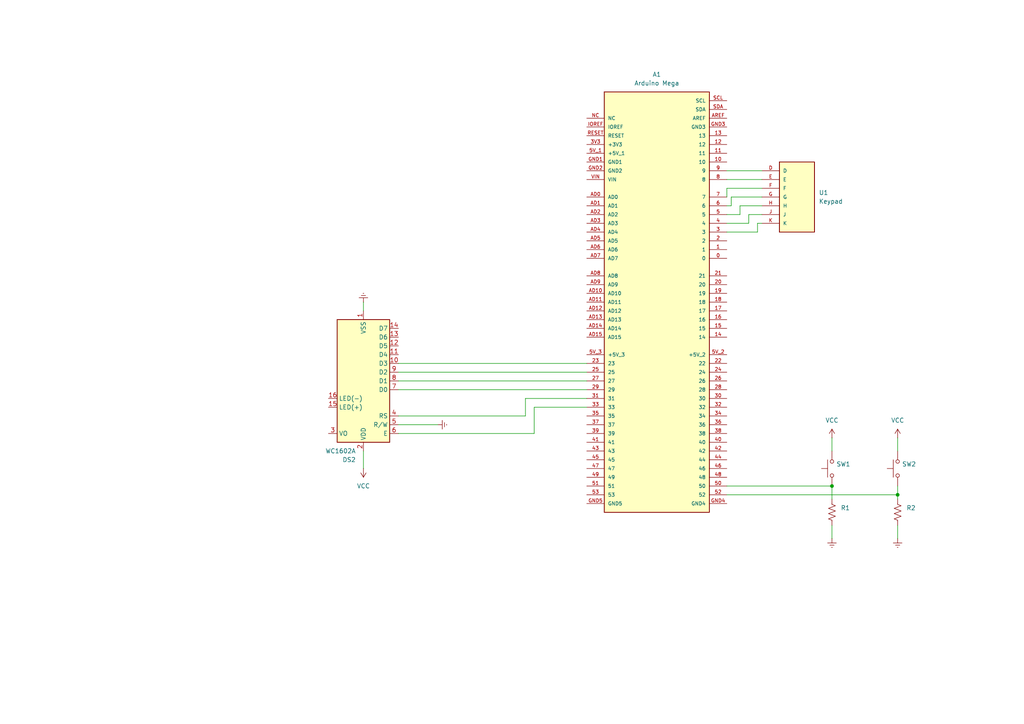
<source format=kicad_sch>
(kicad_sch (version 20231120) (generator "eeschema") (generator_version "8.0")
  (paper "A4")
  (lib_symbols
    (symbol "86AB2-102:86AB2-102" (pin_names (offset 1.016))
      (property "Reference" "U" (at -5.08 10.922 0))
      (property "Value" "86AB2-102" (at -5.08 -10.922 0))
      (symbol "86AB2-102_0_0"
        (rectangle (start -5.08 -10.16) (end 5.08 10.16) (stroke (width 0.254)) (fill (type background)))
        (pin bidirectional line (at -10.16 7.62 0) (length 5.08) (name "D") (number "D"))
        (pin bidirectional line (at -10.16 5.08 0) (length 5.08) (name "E") (number "E"))
        (pin bidirectional line (at -10.16 2.54 0) (length 5.08) (name "F") (number "F"))
        (pin bidirectional line (at -10.16 0 0) (length 5.08) (name "G") (number "G"))
        (pin bidirectional line (at -10.16 -2.54 0) (length 5.08) (name "H") (number "H"))
        (pin bidirectional line (at -10.16 -5.08 0) (length 5.08) (name "J") (number "J"))
        (pin bidirectional line (at -10.16 -7.62 0) (length 5.08) (name "K") (number "K"))
      )
    )
    (symbol "A000067:A000067" (pin_names (offset 1.016))
      (property "Reference" "A" (at -15.24 61.595 0))
      (property "Value" "A000067" (at -15.24 -63.5 0))
      (symbol "A000067_0_0"
        (rectangle (start -15.24 -60.96) (end 15.24 60.96) (stroke (width 0.254)) (fill (type background)))
        (pin passive line (at 20.32 12.7 180) (length 5.08) (name "0") (number "0"))
        (pin passive line (at 20.32 15.24 180) (length 5.08) (name "1") (number "1"))
        (pin passive line (at 20.32 40.64 180) (length 5.08) (name "10") (number "10"))
        (pin passive line (at 20.32 43.18 180) (length 5.08) (name "11") (number "11"))
        (pin passive line (at 20.32 45.72 180) (length 5.08) (name "12") (number "12"))
        (pin passive line (at 20.32 48.26 180) (length 5.08) (name "13") (number "13"))
        (pin passive line (at 20.32 -10.16 180) (length 5.08) (name "14") (number "14"))
        (pin passive line (at 20.32 -7.62 180) (length 5.08) (name "15") (number "15"))
        (pin passive line (at 20.32 -5.08 180) (length 5.08) (name "16") (number "16"))
        (pin passive line (at 20.32 -2.54 180) (length 5.08) (name "17") (number "17"))
        (pin passive line (at 20.32 0 180) (length 5.08) (name "18") (number "18"))
        (pin passive line (at 20.32 2.54 180) (length 5.08) (name "19") (number "19"))
        (pin passive line (at 20.32 17.78 180) (length 5.08) (name "2") (number "2"))
        (pin passive line (at 20.32 5.08 180) (length 5.08) (name "20") (number "20"))
        (pin passive line (at 20.32 7.62 180) (length 5.08) (name "21") (number "21"))
        (pin passive line (at 20.32 -17.78 180) (length 5.08) (name "22") (number "22"))
        (pin passive line (at -20.32 -17.78 0) (length 5.08) (name "23") (number "23"))
        (pin passive line (at 20.32 -20.32 180) (length 5.08) (name "24") (number "24"))
        (pin passive line (at -20.32 -20.32 0) (length 5.08) (name "25") (number "25"))
        (pin passive line (at 20.32 -22.86 180) (length 5.08) (name "26") (number "26"))
        (pin passive line (at -20.32 -22.86 0) (length 5.08) (name "27") (number "27"))
        (pin passive line (at 20.32 -25.4 180) (length 5.08) (name "28") (number "28"))
        (pin passive line (at -20.32 -25.4 0) (length 5.08) (name "29") (number "29"))
        (pin passive line (at 20.32 20.32 180) (length 5.08) (name "3") (number "3"))
        (pin passive line (at 20.32 -27.94 180) (length 5.08) (name "30") (number "30"))
        (pin passive line (at -20.32 -27.94 0) (length 5.08) (name "31") (number "31"))
        (pin passive line (at 20.32 -30.48 180) (length 5.08) (name "32") (number "32"))
        (pin passive line (at -20.32 -30.48 0) (length 5.08) (name "33") (number "33"))
        (pin passive line (at 20.32 -33.02 180) (length 5.08) (name "34") (number "34"))
        (pin passive line (at -20.32 -33.02 0) (length 5.08) (name "35") (number "35"))
        (pin passive line (at 20.32 -35.56 180) (length 5.08) (name "36") (number "36"))
        (pin passive line (at -20.32 -35.56 0) (length 5.08) (name "37") (number "37"))
        (pin passive line (at 20.32 -38.1 180) (length 5.08) (name "38") (number "38"))
        (pin passive line (at -20.32 -38.1 0) (length 5.08) (name "39") (number "39"))
        (pin passive line (at -20.32 45.72 0) (length 5.08) (name "+3V3") (number "3V3"))
        (pin passive line (at 20.32 22.86 180) (length 5.08) (name "4") (number "4"))
        (pin passive line (at 20.32 -40.64 180) (length 5.08) (name "40") (number "40"))
        (pin passive line (at -20.32 -40.64 0) (length 5.08) (name "41") (number "41"))
        (pin passive line (at 20.32 -43.18 180) (length 5.08) (name "42") (number "42"))
        (pin passive line (at -20.32 -43.18 0) (length 5.08) (name "43") (number "43"))
        (pin passive line (at 20.32 -45.72 180) (length 5.08) (name "44") (number "44"))
        (pin passive line (at -20.32 -45.72 0) (length 5.08) (name "45") (number "45"))
        (pin passive line (at 20.32 -48.26 180) (length 5.08) (name "46") (number "46"))
        (pin passive line (at -20.32 -48.26 0) (length 5.08) (name "47") (number "47"))
        (pin passive line (at 20.32 -50.8 180) (length 5.08) (name "48") (number "48"))
        (pin passive line (at -20.32 -50.8 0) (length 5.08) (name "49") (number "49"))
        (pin passive line (at 20.32 25.4 180) (length 5.08) (name "5") (number "5"))
        (pin passive line (at 20.32 -53.34 180) (length 5.08) (name "50") (number "50"))
        (pin passive line (at -20.32 -53.34 0) (length 5.08) (name "51") (number "51"))
        (pin passive line (at 20.32 -55.88 180) (length 5.08) (name "52") (number "52"))
        (pin passive line (at -20.32 -55.88 0) (length 5.08) (name "53") (number "53"))
        (pin passive line (at -20.32 43.18 0) (length 5.08) (name "+5V_1") (number "5V_1"))
        (pin passive line (at 20.32 -15.24 180) (length 5.08) (name "+5V_2") (number "5V_2"))
        (pin passive line (at -20.32 -15.24 0) (length 5.08) (name "+5V_3") (number "5V_3"))
        (pin passive line (at 20.32 27.94 180) (length 5.08) (name "6") (number "6"))
        (pin passive line (at 20.32 30.48 180) (length 5.08) (name "7") (number "7"))
        (pin passive line (at 20.32 35.56 180) (length 5.08) (name "8") (number "8"))
        (pin passive line (at 20.32 38.1 180) (length 5.08) (name "9") (number "9"))
        (pin passive line (at -20.32 30.48 0) (length 5.08) (name "AD0") (number "AD0"))
        (pin passive line (at -20.32 27.94 0) (length 5.08) (name "AD1") (number "AD1"))
        (pin passive line (at -20.32 2.54 0) (length 5.08) (name "AD10") (number "AD10"))
        (pin passive line (at -20.32 0 0) (length 5.08) (name "AD11") (number "AD11"))
        (pin passive line (at -20.32 -2.54 0) (length 5.08) (name "AD12") (number "AD12"))
        (pin passive line (at -20.32 -5.08 0) (length 5.08) (name "AD13") (number "AD13"))
        (pin passive line (at -20.32 -7.62 0) (length 5.08) (name "AD14") (number "AD14"))
        (pin passive line (at -20.32 -10.16 0) (length 5.08) (name "AD15") (number "AD15"))
        (pin passive line (at -20.32 25.4 0) (length 5.08) (name "AD2") (number "AD2"))
        (pin passive line (at -20.32 22.86 0) (length 5.08) (name "AD3") (number "AD3"))
        (pin passive line (at -20.32 20.32 0) (length 5.08) (name "AD4") (number "AD4"))
        (pin passive line (at -20.32 17.78 0) (length 5.08) (name "AD5") (number "AD5"))
        (pin passive line (at -20.32 15.24 0) (length 5.08) (name "AD6") (number "AD6"))
        (pin passive line (at -20.32 12.7 0) (length 5.08) (name "AD7") (number "AD7"))
        (pin passive line (at -20.32 7.62 0) (length 5.08) (name "AD8") (number "AD8"))
        (pin passive line (at -20.32 5.08 0) (length 5.08) (name "AD9") (number "AD9"))
        (pin passive line (at 20.32 53.34 180) (length 5.08) (name "AREF") (number "AREF"))
        (pin passive line (at -20.32 40.64 0) (length 5.08) (name "GND1") (number "GND1"))
        (pin passive line (at -20.32 38.1 0) (length 5.08) (name "GND2") (number "GND2"))
        (pin passive line (at 20.32 50.8 180) (length 5.08) (name "GND3") (number "GND3"))
        (pin passive line (at 20.32 -58.42 180) (length 5.08) (name "GND4") (number "GND4"))
        (pin passive line (at -20.32 -58.42 0) (length 5.08) (name "GND5") (number "GND5"))
        (pin passive line (at -20.32 50.8 0) (length 5.08) (name "IOREF") (number "IOREF"))
        (pin passive line (at -20.32 53.34 0) (length 5.08) (name "NC") (number "NC"))
        (pin passive line (at -20.32 48.26 0) (length 5.08) (name "RESET") (number "RESET"))
        (pin passive line (at 20.32 58.42 180) (length 5.08) (name "SCL") (number "SCL"))
        (pin passive line (at 20.32 55.88 180) (length 5.08) (name "SDA") (number "SDA"))
        (pin passive line (at -20.32 35.56 0) (length 5.08) (name "VIN") (number "VIN"))
      )
    )
    (symbol "Device:R_US" (pin_numbers hide) (pin_names (offset 0))
      (property "Reference" "R" (at 2.54 0 90))
      (property "Value" "R_US" (at -2.54 0 90))
      (symbol "R_US_0_1"
        (polyline (pts (xy 0 -2.286) (xy 0 -2.54)))
        (polyline (pts (xy 0 2.286) (xy 0 2.54)))
        (polyline (pts (xy 0 -0.762) (xy 1.016 -1.143) (xy 0 -1.524) (xy -1.016 -1.905) (xy 0 -2.286)))
        (polyline (pts (xy 0 0.762) (xy 1.016 0.381) (xy 0 0) (xy -1.016 -0.381) (xy 0 -0.762)))
        (polyline (pts (xy 0 2.286) (xy 1.016 1.905) (xy 0 1.524) (xy -1.016 1.143) (xy 0 0.762)))
      )
      (symbol "R_US_1_1"
        (pin passive line (at 0 3.81 270) (length 1.27) (name "~") (number "1"))
        (pin passive line (at 0 -3.81 90) (length 1.27) (name "~") (number "2"))
      )
    )
    (symbol "Display_Character:WC1602A"
      (property "Reference" "DS" (at -5.842 19.05 0))
      (property "Value" "WC1602A" (at 5.334 19.05 0))
      (symbol "WC1602A_1_1"
        (rectangle (start -7.62 17.78) (end 7.62 -17.78) (stroke (width 0.254)) (fill (type background)))
        (pin power_in line (at 0 -20.32 90) (length 2.54) (name "VSS") (number "1"))
        (pin input line (at -10.16 -5.08 0) (length 2.54) (name "D3") (number "10"))
        (pin input line (at -10.16 -7.62 0) (length 2.54) (name "D4") (number "11"))
        (pin input line (at -10.16 -10.16 0) (length 2.54) (name "D5") (number "12"))
        (pin input line (at -10.16 -12.7 0) (length 2.54) (name "D6") (number "13"))
        (pin input line (at -10.16 -15.24 0) (length 2.54) (name "D7") (number "14"))
        (pin power_in line (at 10.16 7.62 180) (length 2.54) (name "LED(+)") (number "15"))
        (pin power_in line (at 10.16 5.08 180) (length 2.54) (name "LED(-)") (number "16"))
        (pin power_in line (at 0 20.32 270) (length 2.54) (name "VDD") (number "2"))
        (pin input line (at 10.16 15.24 180) (length 2.54) (name "VO") (number "3"))
        (pin input line (at -10.16 10.16 0) (length 2.54) (name "RS") (number "4"))
        (pin input line (at -10.16 12.7 0) (length 2.54) (name "R/W") (number "5"))
        (pin input line (at -10.16 15.24 0) (length 2.54) (name "E") (number "6"))
        (pin input line (at -10.16 2.54 0) (length 2.54) (name "D0") (number "7"))
        (pin input line (at -10.16 0 0) (length 2.54) (name "D1") (number "8"))
        (pin input line (at -10.16 -2.54 0) (length 2.54) (name "D2") (number "9"))
      )
    )
    (symbol "Switch:SW_MEC_5G" (pin_numbers hide) (pin_names (offset 1.016) hide)
      (property "Reference" "SW" (at 1.27 2.54 0))
      (property "Value" "SW_MEC_5G" (at 0 -1.524 0))
      (symbol "SW_MEC_5G_0_1"
        (circle (center -2.032 0) (radius 0.508))
        (polyline (pts (xy 0 1.27) (xy 0 3.048)))
        (polyline (pts (xy 2.54 1.27) (xy -2.54 1.27)))
        (circle (center 2.032 0) (radius 0.508))
        (pin passive line (at -5.08 0 0) (length 2.54) (name "A") (number "1"))
        (pin passive line (at 5.08 0 180) (length 2.54) (name "B") (number "3"))
      )
      (symbol "SW_MEC_5G_1_1"
        (pin passive line (at -5.08 0 0) (length 2.54) hide (name "A") (number "2"))
        (pin passive line (at 5.08 0 180) (length 2.54) hide (name "B") (number "4"))
      )
    )
    (symbol "power:Earth" (power) (pin_numbers hide) (pin_names (offset 0) hide)
      (property "Value" "Earth" (at 0 -3.81 0))
      (symbol "Earth_0_1"
        (polyline (pts (xy -0.635 -1.905) (xy 0.635 -1.905)))
        (polyline (pts (xy -0.127 -2.54) (xy 0.127 -2.54)))
        (polyline (pts (xy 0 -1.27) (xy 0 0)))
        (polyline (pts (xy 1.27 -1.27) (xy -1.27 -1.27)))
      )
      (symbol "Earth_1_1"
        (pin power_in line (at 0 0 270) (length 0) (name "~") (number "1"))
      )
    )
    (symbol "power:VCC" (power) (pin_numbers hide) (pin_names (offset 0) hide)
      (property "Value" "VCC" (at 0 3.556 0))
      (symbol "VCC_0_1"
        (polyline (pts (xy -0.762 1.27) (xy 0 2.54)))
        (polyline (pts (xy 0 0) (xy 0 2.54)))
        (polyline (pts (xy 0 2.54) (xy 0.762 1.27)))
      )
      (symbol "VCC_1_1"
        (pin power_in line (at 0 0 90) (length 0) (name "~") (number "1"))
      )
    )
  )
  (junction (at 241.3 140.97))
  (junction (at 260.35 143.51))
  (wire (pts (xy 115.57 120.65) (xy 152.4 120.65)))
  (wire (pts (xy 210.82 54.61) (xy 220.98 54.61)))
  (wire (pts (xy 217.17 62.23) (xy 220.98 62.23)))
  (wire (pts (xy 219.71 64.77) (xy 220.98 64.77)))
  (wire (pts (xy 260.35 140.97) (xy 260.35 143.51)))
  (wire (pts (xy 210.82 52.07) (xy 220.98 52.07)))
  (wire (pts (xy 210.82 67.31) (xy 219.71 67.31)))
  (wire (pts (xy 241.3 140.97) (xy 241.3 144.78)))
  (wire (pts (xy 105.41 130.81) (xy 105.41 135.89)))
  (wire (pts (xy 115.57 113.03) (xy 170.18 113.03)))
  (wire (pts (xy 115.57 125.73) (xy 154.94 125.73)))
  (wire (pts (xy 210.82 143.51) (xy 260.35 143.51)))
  (wire (pts (xy 217.17 64.77) (xy 217.17 62.23)))
  (wire (pts (xy 210.82 140.97) (xy 241.3 140.97)))
  (wire (pts (xy 115.57 107.95) (xy 170.18 107.95)))
  (wire (pts (xy 260.35 143.51) (xy 260.35 144.78)))
  (wire (pts (xy 260.35 152.4) (xy 260.35 156.21)))
  (wire (pts (xy 127 123.19) (xy 115.57 123.19)))
  (wire (pts (xy 210.82 59.69) (xy 212.09 59.69)))
  (wire (pts (xy 210.82 64.77) (xy 217.17 64.77)))
  (wire (pts (xy 152.4 115.57) (xy 170.18 115.57)))
  (wire (pts (xy 214.63 59.69) (xy 220.98 59.69)))
  (wire (pts (xy 115.57 105.41) (xy 170.18 105.41)))
  (wire (pts (xy 241.3 152.4) (xy 241.3 156.21)))
  (wire (pts (xy 212.09 59.69) (xy 212.09 57.15)))
  (wire (pts (xy 115.57 110.49) (xy 170.18 110.49)))
  (wire (pts (xy 105.41 87.63) (xy 105.41 90.17)))
  (wire (pts (xy 210.82 62.23) (xy 214.63 62.23)))
  (wire (pts (xy 219.71 67.31) (xy 219.71 64.77)))
  (wire (pts (xy 210.82 49.53) (xy 220.98 49.53)))
  (wire (pts (xy 210.82 57.15) (xy 210.82 54.61)))
  (wire (pts (xy 214.63 62.23) (xy 214.63 59.69)))
  (wire (pts (xy 152.4 120.65) (xy 152.4 115.57)))
  (wire (pts (xy 260.35 127) (xy 260.35 130.81)))
  (wire (pts (xy 154.94 125.73) (xy 154.94 118.11)))
  (wire (pts (xy 212.09 57.15) (xy 220.98 57.15)))
  (wire (pts (xy 154.94 118.11) (xy 170.18 118.11)))
  (wire (pts (xy 241.3 127) (xy 241.3 130.81)))
  (symbol (lib_id "power:Earth") (at 105.41 87.63 180) (unit 1)
    (property "Reference" "#PWR03" (effects (hide yes)))
    (property "Value" "Earth" (effects (hide yes)))
    (property "Description" "Power symbol creates a global label with name \"Earth\"" (effects (hide yes)))
  )
  (symbol (lib_id "power:VCC") (at 241.3 127 0) (unit 1)
    (property "Reference" "#PWR06" (effects (hide yes)))
    (property "Value" "VCC" (at 241.3 121.92 0))
    (property "Description" "Power symbol creates a global label with name \"VCC\"" (effects (hide yes)))
  )
  (symbol (lib_id "Switch:SW_MEC_5G") (at 241.3 135.89 90) (unit 1)
    (property "Reference" "SW1" (at 242.57 134.6199 90) (effects (justify right)))
    (property "Value" "SW_MEC_5G" (effects (hide yes)))
    (property "Datasheet" "http://www.apem.com/int/index.php?controller=attachment&id_attachment=488" (effects (hide yes)))
    (property "Description" "MEC 5G single pole normally-open tactile switch" (effects (hide yes)))
  )
  (symbol (lib_id "A000067:A000067") (at 190.5 87.63 0) (unit 1)
    (property "Reference" "A1" (at 190.5 21.59 0))
    (property "Value" "Arduino Mega" (at 190.5 24.13 0))
    (property "Footprint" "A000067:ARDUINO_A000067" (effects (hide yes)))
    (property "MF" "Arduino" (effects (hide yes)))
    (property "DESCRIPTION" "Dev.kit: Arduino; SPI, TWI, UART; ICSP, USB B, pin strips, supply" (effects (hide yes)))
    (property "PACKAGE" "None" (effects (hide yes)))
    (property "PRICE" "None" (effects (hide yes)))
    (property "Package" "Non-Standard Arduino" (effects (hide yes)))
    (property "Check_prices" "https://www.snapeda.com/parts/Arduino%20Mega%202560%20Rev3/Arduino/view-part/?ref=eda" (effects (hide yes)))
    (property "Price" "None" (effects (hide yes)))
    (property "SnapEDA_Link" "https://www.snapeda.com/parts/Arduino%20Mega%202560%20Rev3/Arduino/view-part/?ref=snap" (effects (hide yes)))
    (property "MP" "Arduino Mega 2560 Rev3" (effects (hide yes)))
    (property "Availability" "In Stock" (effects (hide yes)))
    (property "AVAILABILITY" "Unavailable" (effects (hide yes)))
    (property "Description_1" "\n8-bit board with 54 digital pins, 16 analog inputs, and 4 serial ports.\n" (effects (hide yes)))
  )
  (symbol (lib_id "power:VCC") (at 105.41 135.89 180) (unit 1)
    (property "Reference" "#PWR02" (effects (hide yes)))
    (property "Value" "VCC" (at 105.41 140.97 0))
    (property "Description" "Power symbol creates a global label with name \"VCC\"" (effects (hide yes)))
  )
  (symbol (lib_id "Display_Character:WC1602A") (at 105.41 110.49 180) (unit 1)
    (property "Reference" "DS2" (at 103.2159 133.35 0) (effects (justify left)))
    (property "Value" "WC1602A" (at 103.2159 130.81 0) (effects (justify left)))
    (property "Footprint" "Display:WC1602A" (effects (hide yes)))
    (property "Datasheet" "http://www.wincomlcd.com/pdf/WC1602A-SFYLYHTC06.pdf" (effects (hide yes)))
    (property "Description" "LCD 16x2 Alphanumeric , 8 bit parallel bus, 5V VDD" (effects (hide yes)))
  )
  (symbol (lib_id "Switch:SW_MEC_5G") (at 260.35 135.89 90) (unit 1)
    (property "Reference" "SW2" (at 261.62 134.6199 90) (effects (justify right)))
    (property "Value" "SW_MEC_5G" (effects (hide yes)))
    (property "Datasheet" "http://www.apem.com/int/index.php?controller=attachment&id_attachment=488" (effects (hide yes)))
    (property "Description" "MEC 5G single pole normally-open tactile switch" (effects (hide yes)))
  )
  (symbol (lib_id "power:Earth") (at 241.3 156.21 0) (unit 1)
    (property "Reference" "#PWR04" (effects (hide yes)))
    (property "Value" "Earth" (effects (hide yes)))
    (property "Description" "Power symbol creates a global label with name \"Earth\"" (effects (hide yes)))
  )
  (symbol (lib_id "power:Earth") (at 260.35 156.21 0) (unit 1)
    (property "Reference" "#PWR05" (effects (hide yes)))
    (property "Value" "Earth" (effects (hide yes)))
    (property "Description" "Power symbol creates a global label with name \"Earth\"" (effects (hide yes)))
  )
  (symbol (lib_id "Device:R_US") (at 241.3 148.59 180) (unit 1)
    (property "Reference" "R1" (at 243.84 147.3199 0) (effects (justify right)))
    (property "Value" "R_US" (effects (hide yes)))
    (property "Description" "Resistor, US symbol" (effects (hide yes)))
  )
  (symbol (lib_id "Device:R_US") (at 260.35 148.59 180) (unit 1)
    (property "Reference" "R2" (at 262.89 147.3199 0) (effects (justify right)))
    (property "Value" "R_US" (effects (hide yes)))
    (property "Description" "Resistor, US symbol" (effects (hide yes)))
  )
  (symbol (lib_id "power:Earth") (at 127 123.19 90) (unit 1)
    (property "Reference" "#PWR01" (effects (hide yes)))
    (property "Value" "Earth" (effects (hide yes)))
    (property "Description" "Power symbol creates a global label with name \"Earth\"" (effects (hide yes)))
  )
  (symbol (lib_id "power:VCC") (at 260.35 127 0) (unit 1)
    (property "Reference" "#PWR07" (effects (hide yes)))
    (property "Value" "VCC" (at 260.35 121.92 0))
    (property "Description" "Power symbol creates a global label with name \"VCC\"" (effects (hide yes)))
  )
  (symbol (lib_id "86AB2-102:86AB2-102") (at 231.14 57.15 0) (unit 1)
    (property "Reference" "U1" (at 237.49 55.8799 0) (effects (justify left)))
    (property "Value" "Keypad" (at 237.49 58.4199 0) (effects (justify left)))
    (property "Footprint" "86AB2-102:KEYPAD_86AB2-102" (effects (hide yes)))
    (property "MF" "Grayhill Inc." (effects (hide yes)))
    (property "MAXIMUM_PACKAGE_HEIGHT" "9.39 mm" (effects (hide yes)))
    (property "Package" "None" (effects (hide yes)))
    (property "Price" "None" (effects (hide yes)))
    (property "Check_prices" "https://www.snapeda.com/parts/86AB2-102/Grayhill+Inc./view-part/?ref=eda" (effects (hide yes)))
    (property "STANDARD" "IPC7351B" (effects (hide yes)))
    (property "SnapEDA_Link" "https://www.snapeda.com/parts/86AB2-102/Grayhill+Inc./view-part/?ref=snap" (effects (hide yes)))
    (property "MP" "86AB2-102" (effects (hide yes)))
    (property "Purchase-URL" "https://www.snapeda.com/api/url_track_click_mouser/?unipart_id=116579&manufacturer=Grayhill Inc.&part_name=86AB2-102&search_term=keypad 3x4" (effects (hide yes)))
    (property "Description_1" "\nKeypad, 3x4, 500 Inch Centers, Flange Mounted, Numeric Legend | Grayhill 86AB2-102\n" (effects (hide yes)))
    (property "Availability" "In Stock" (effects (hide yes)))
    (property "MANUFACTURER" "Grayhill" (effects (hide yes)))
  )
)
</source>
